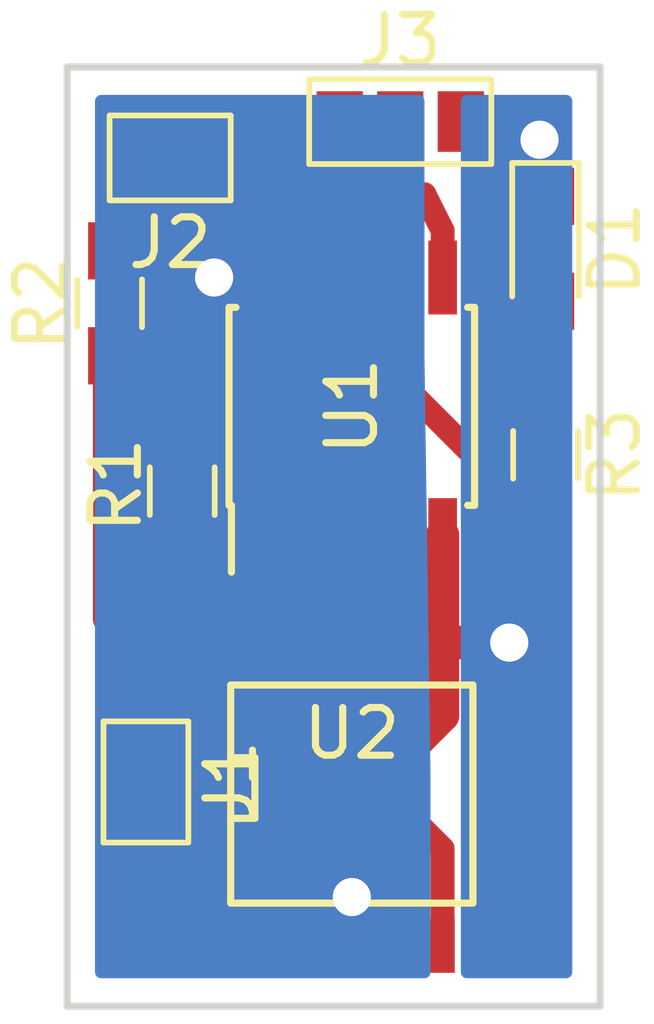
<source format=kicad_pcb>
(kicad_pcb (version 4) (host pcbnew 4.0.6)

  (general
    (links 19)
    (no_connects 1)
    (area 130.544 104.64 144.638 126.111001)
    (thickness 1.6)
    (drawings 4)
    (tracks 52)
    (zones 0)
    (modules 9)
    (nets 13)
  )

  (page A4)
  (layers
    (0 F.Cu signal)
    (31 B.Cu signal)
    (32 B.Adhes user)
    (33 F.Adhes user)
    (34 B.Paste user)
    (35 F.Paste user)
    (36 B.SilkS user)
    (37 F.SilkS user)
    (38 B.Mask user)
    (39 F.Mask user)
    (40 Dwgs.User user)
    (41 Cmts.User user)
    (42 Eco1.User user)
    (43 Eco2.User user)
    (44 Edge.Cuts user)
    (45 Margin user)
    (46 B.CrtYd user)
    (47 F.CrtYd user)
    (48 B.Fab user)
    (49 F.Fab user)
  )

  (setup
    (last_trace_width 0.5)
    (trace_clearance 0.2)
    (zone_clearance 0.508)
    (zone_45_only no)
    (trace_min 0.2)
    (segment_width 0.2)
    (edge_width 0.15)
    (via_size 1.2)
    (via_drill 0.8)
    (via_min_size 0.4)
    (via_min_drill 0.3)
    (uvia_size 0.3)
    (uvia_drill 0.1)
    (uvias_allowed no)
    (uvia_min_size 0.2)
    (uvia_min_drill 0.1)
    (pcb_text_width 0.3)
    (pcb_text_size 1.5 1.5)
    (mod_edge_width 0.15)
    (mod_text_size 1 1)
    (mod_text_width 0.15)
    (pad_size 1.524 1.524)
    (pad_drill 0.762)
    (pad_to_mask_clearance 0.2)
    (aux_axis_origin 0 0)
    (visible_elements 7FFFFFFF)
    (pcbplotparams
      (layerselection 0x01000_00000001)
      (usegerberextensions false)
      (excludeedgelayer false)
      (linewidth 0.100000)
      (plotframeref false)
      (viasonmask false)
      (mode 1)
      (useauxorigin false)
      (hpglpennumber 1)
      (hpglpenspeed 20)
      (hpglpendiameter 15)
      (hpglpenoverlay 2)
      (psnegative false)
      (psa4output false)
      (plotreference true)
      (plotvalue true)
      (plotinvisibletext false)
      (padsonsilk false)
      (subtractmaskfromsilk false)
      (outputformat 3)
      (mirror false)
      (drillshape 2)
      (scaleselection 1)
      (outputdirectory ""))
  )

  (net 0 "")
  (net 1 "Net-(J1-Pad1)")
  (net 2 "Net-(J1-Pad2)")
  (net 3 VCC)
  (net 4 "Net-(R1-Pad2)")
  (net 5 IA)
  (net 6 IB)
  (net 7 GND)
  (net 8 "Net-(D1-Pad2)")
  (net 9 "Net-(J2-Pad1)")
  (net 10 "Net-(J2-Pad2)")
  (net 11 "Net-(J3-Pad3)")
  (net 12 LED)

  (net_class Default "This is the default net class."
    (clearance 0.2)
    (trace_width 0.5)
    (via_dia 1.2)
    (via_drill 0.8)
    (uvia_dia 0.3)
    (uvia_drill 0.1)
    (add_net IA)
    (add_net IB)
    (add_net LED)
    (add_net "Net-(D1-Pad2)")
    (add_net "Net-(J1-Pad1)")
    (add_net "Net-(J1-Pad2)")
    (add_net "Net-(J2-Pad1)")
    (add_net "Net-(J2-Pad2)")
    (add_net "Net-(J3-Pad3)")
    (add_net "Net-(R1-Pad2)")
  )

  (net_class POWER ""
    (clearance 0.2)
    (trace_width 0.7)
    (via_dia 1.2)
    (via_drill 0.8)
    (uvia_dia 0.3)
    (uvia_drill 0.1)
    (add_net GND)
    (add_net VCC)
  )

  (module Connectors:GS2 (layer F.Cu) (tedit 586134A1) (tstamp 5900F837)
    (at 133.731 121.158)
    (descr "2-pin solder bridge")
    (tags "solder bridge")
    (path /5900FB97)
    (attr smd)
    (fp_text reference J1 (at 1.78 0 90) (layer F.SilkS)
      (effects (font (size 1 1) (thickness 0.15)))
    )
    (fp_text value SOLENOID (at -1.8 0 90) (layer F.Fab)
      (effects (font (size 1 1) (thickness 0.15)))
    )
    (fp_line (start 1.1 -1.45) (end 1.1 1.5) (layer F.CrtYd) (width 0.05))
    (fp_line (start 1.1 1.5) (end -1.1 1.5) (layer F.CrtYd) (width 0.05))
    (fp_line (start -1.1 1.5) (end -1.1 -1.45) (layer F.CrtYd) (width 0.05))
    (fp_line (start -1.1 -1.45) (end 1.1 -1.45) (layer F.CrtYd) (width 0.05))
    (fp_line (start -0.89 -1.27) (end -0.89 1.27) (layer F.SilkS) (width 0.12))
    (fp_line (start 0.89 1.27) (end 0.89 -1.27) (layer F.SilkS) (width 0.12))
    (fp_line (start 0.89 1.27) (end -0.89 1.27) (layer F.SilkS) (width 0.12))
    (fp_line (start -0.89 -1.27) (end 0.89 -1.27) (layer F.SilkS) (width 0.12))
    (pad 1 smd rect (at 0 -0.64) (size 1.27 0.97) (layers F.Cu F.Paste F.Mask)
      (net 1 "Net-(J1-Pad1)"))
    (pad 2 smd rect (at 0 0.64) (size 1.27 0.97) (layers F.Cu F.Paste F.Mask)
      (net 2 "Net-(J1-Pad2)"))
  )

  (module Resistors_SMD:R_0603_HandSoldering (layer F.Cu) (tedit 5912C569) (tstamp 5900F83D)
    (at 134.493 115.062 270)
    (descr "Resistor SMD 0603, hand soldering")
    (tags "resistor 0603")
    (path /5900F086)
    (attr smd)
    (fp_text reference R1 (at -0.127 1.397 270) (layer F.SilkS)
      (effects (font (size 1 1) (thickness 0.15)))
    )
    (fp_text value 10K (at 0 1.55 270) (layer F.Fab)
      (effects (font (size 1 1) (thickness 0.15)))
    )
    (fp_text user %R (at 0 0 270) (layer F.Fab)
      (effects (font (size 0.5 0.5) (thickness 0.075)))
    )
    (fp_line (start -0.8 0.4) (end -0.8 -0.4) (layer F.Fab) (width 0.1))
    (fp_line (start 0.8 0.4) (end -0.8 0.4) (layer F.Fab) (width 0.1))
    (fp_line (start 0.8 -0.4) (end 0.8 0.4) (layer F.Fab) (width 0.1))
    (fp_line (start -0.8 -0.4) (end 0.8 -0.4) (layer F.Fab) (width 0.1))
    (fp_line (start 0.5 0.68) (end -0.5 0.68) (layer F.SilkS) (width 0.12))
    (fp_line (start -0.5 -0.68) (end 0.5 -0.68) (layer F.SilkS) (width 0.12))
    (fp_line (start -1.96 -0.7) (end 1.95 -0.7) (layer F.CrtYd) (width 0.05))
    (fp_line (start -1.96 -0.7) (end -1.96 0.7) (layer F.CrtYd) (width 0.05))
    (fp_line (start 1.95 0.7) (end 1.95 -0.7) (layer F.CrtYd) (width 0.05))
    (fp_line (start 1.95 0.7) (end -1.96 0.7) (layer F.CrtYd) (width 0.05))
    (pad 1 smd rect (at -1.1 0 270) (size 1.2 0.9) (layers F.Cu F.Paste F.Mask)
      (net 3 VCC))
    (pad 2 smd rect (at 1.1 0 270) (size 1.2 0.9) (layers F.Cu F.Paste F.Mask)
      (net 4 "Net-(R1-Pad2)"))
    (model ${KISYS3DMOD}/Resistors_SMD.3dshapes/R_0603.wrl
      (at (xyz 0 0 0))
      (scale (xyz 1 1 1))
      (rotate (xyz 0 0 0))
    )
  )

  (module Housings_SOIC:SOIC-8_3.9x4.9mm_Pitch1.27mm (layer F.Cu) (tedit 5912C561) (tstamp 5900F849)
    (at 138.049 113.284 90)
    (descr "8-Lead Plastic Small Outline (SN) - Narrow, 3.90 mm Body [SOIC] (see Microchip Packaging Specification 00000049BS.pdf)")
    (tags "SOIC 1.27")
    (path /5900EEC7)
    (attr smd)
    (fp_text reference U1 (at 0 0 90) (layer F.SilkS)
      (effects (font (size 1 1) (thickness 0.15)))
    )
    (fp_text value ATTINY15-1SC (at 0 3.5 90) (layer F.Fab)
      (effects (font (size 1 1) (thickness 0.15)))
    )
    (fp_text user %R (at 0 0 90) (layer F.Fab)
      (effects (font (size 1 1) (thickness 0.15)))
    )
    (fp_line (start -0.95 -2.45) (end 1.95 -2.45) (layer F.Fab) (width 0.1))
    (fp_line (start 1.95 -2.45) (end 1.95 2.45) (layer F.Fab) (width 0.1))
    (fp_line (start 1.95 2.45) (end -1.95 2.45) (layer F.Fab) (width 0.1))
    (fp_line (start -1.95 2.45) (end -1.95 -1.45) (layer F.Fab) (width 0.1))
    (fp_line (start -1.95 -1.45) (end -0.95 -2.45) (layer F.Fab) (width 0.1))
    (fp_line (start -3.73 -2.7) (end -3.73 2.7) (layer F.CrtYd) (width 0.05))
    (fp_line (start 3.73 -2.7) (end 3.73 2.7) (layer F.CrtYd) (width 0.05))
    (fp_line (start -3.73 -2.7) (end 3.73 -2.7) (layer F.CrtYd) (width 0.05))
    (fp_line (start -3.73 2.7) (end 3.73 2.7) (layer F.CrtYd) (width 0.05))
    (fp_line (start -2.075 -2.575) (end -2.075 -2.525) (layer F.SilkS) (width 0.15))
    (fp_line (start 2.075 -2.575) (end 2.075 -2.43) (layer F.SilkS) (width 0.15))
    (fp_line (start 2.075 2.575) (end 2.075 2.43) (layer F.SilkS) (width 0.15))
    (fp_line (start -2.075 2.575) (end -2.075 2.43) (layer F.SilkS) (width 0.15))
    (fp_line (start -2.075 -2.575) (end 2.075 -2.575) (layer F.SilkS) (width 0.15))
    (fp_line (start -2.075 2.575) (end 2.075 2.575) (layer F.SilkS) (width 0.15))
    (fp_line (start -2.075 -2.525) (end -3.475 -2.525) (layer F.SilkS) (width 0.15))
    (pad 1 smd rect (at -2.7 -1.905 90) (size 1.55 0.6) (layers F.Cu F.Paste F.Mask)
      (net 4 "Net-(R1-Pad2)"))
    (pad 2 smd rect (at -2.7 -0.635 90) (size 1.55 0.6) (layers F.Cu F.Paste F.Mask)
      (net 6 IB))
    (pad 3 smd rect (at -2.7 0.635 90) (size 1.55 0.6) (layers F.Cu F.Paste F.Mask)
      (net 5 IA))
    (pad 4 smd rect (at -2.7 1.905 90) (size 1.55 0.6) (layers F.Cu F.Paste F.Mask)
      (net 7 GND))
    (pad 5 smd rect (at 2.7 1.905 90) (size 1.55 0.6) (layers F.Cu F.Paste F.Mask)
      (net 11 "Net-(J3-Pad3)"))
    (pad 6 smd rect (at 2.7 0.635 90) (size 1.55 0.6) (layers F.Cu F.Paste F.Mask)
      (net 12 LED))
    (pad 7 smd rect (at 2.7 -0.635 90) (size 1.55 0.6) (layers F.Cu F.Paste F.Mask)
      (net 9 "Net-(J2-Pad1)"))
    (pad 8 smd rect (at 2.7 -1.905 90) (size 1.55 0.6) (layers F.Cu F.Paste F.Mask)
      (net 3 VCC))
    (model Housings_SOIC.3dshapes/SOIC-8_3.9x4.9mm_Pitch1.27mm.wrl
      (at (xyz 0 0 0))
      (scale (xyz 1 1 1))
      (rotate (xyz 0 0 0))
    )
  )

  (module SMD_Packages:SOIC-8-N (layer F.Cu) (tedit 0) (tstamp 5900F85C)
    (at 138.049 121.412)
    (descr "Module Narrow CMS SOJ 8 pins large")
    (tags "CMS SOJ")
    (path /5900F432)
    (attr smd)
    (fp_text reference U2 (at 0 -1.27) (layer F.SilkS)
      (effects (font (size 1 1) (thickness 0.15)))
    )
    (fp_text value L9110 (at 0 1.27) (layer F.Fab)
      (effects (font (size 1 1) (thickness 0.15)))
    )
    (fp_line (start -2.54 -2.286) (end 2.54 -2.286) (layer F.SilkS) (width 0.15))
    (fp_line (start 2.54 -2.286) (end 2.54 2.286) (layer F.SilkS) (width 0.15))
    (fp_line (start 2.54 2.286) (end -2.54 2.286) (layer F.SilkS) (width 0.15))
    (fp_line (start -2.54 2.286) (end -2.54 -2.286) (layer F.SilkS) (width 0.15))
    (fp_line (start -2.54 -0.762) (end -2.032 -0.762) (layer F.SilkS) (width 0.15))
    (fp_line (start -2.032 -0.762) (end -2.032 0.508) (layer F.SilkS) (width 0.15))
    (fp_line (start -2.032 0.508) (end -2.54 0.508) (layer F.SilkS) (width 0.15))
    (pad 8 smd rect (at -1.905 -3.175) (size 0.508 1.143) (layers F.Cu F.Paste F.Mask)
      (net 7 GND))
    (pad 7 smd rect (at -0.635 -3.175) (size 0.508 1.143) (layers F.Cu F.Paste F.Mask)
      (net 6 IB))
    (pad 6 smd rect (at 0.635 -3.175) (size 0.508 1.143) (layers F.Cu F.Paste F.Mask)
      (net 5 IA))
    (pad 5 smd rect (at 1.905 -3.175) (size 0.508 1.143) (layers F.Cu F.Paste F.Mask)
      (net 7 GND))
    (pad 4 smd rect (at 1.905 3.175) (size 0.508 1.143) (layers F.Cu F.Paste F.Mask)
      (net 1 "Net-(J1-Pad1)"))
    (pad 3 smd rect (at 0.635 3.175) (size 0.508 1.143) (layers F.Cu F.Paste F.Mask)
      (net 3 VCC))
    (pad 2 smd rect (at -0.635 3.175) (size 0.508 1.143) (layers F.Cu F.Paste F.Mask)
      (net 3 VCC))
    (pad 1 smd rect (at -1.905 3.175) (size 0.508 1.143) (layers F.Cu F.Paste F.Mask)
      (net 2 "Net-(J1-Pad2)"))
    (model SMD_Packages.3dshapes/SOIC-8-N.wrl
      (at (xyz 0 0 0))
      (scale (xyz 0.5 0.38 0.5))
      (rotate (xyz 0 0 0))
    )
  )

  (module LEDs:LED_0805 (layer F.Cu) (tedit 57FE93EC) (tstamp 59020AA9)
    (at 142.113 109.982 270)
    (descr "LED 0805 smd package")
    (tags "LED led 0805 SMD smd SMT smt smdled SMDLED smtled SMTLED")
    (path /59021665)
    (attr smd)
    (fp_text reference D1 (at 0 -1.45 270) (layer F.SilkS)
      (effects (font (size 1 1) (thickness 0.15)))
    )
    (fp_text value LED (at 0 1.55 270) (layer F.Fab)
      (effects (font (size 1 1) (thickness 0.15)))
    )
    (fp_line (start -1.8 -0.7) (end -1.8 0.7) (layer F.SilkS) (width 0.12))
    (fp_line (start -0.4 -0.4) (end -0.4 0.4) (layer F.Fab) (width 0.1))
    (fp_line (start -0.4 0) (end 0.2 -0.4) (layer F.Fab) (width 0.1))
    (fp_line (start 0.2 0.4) (end -0.4 0) (layer F.Fab) (width 0.1))
    (fp_line (start 0.2 -0.4) (end 0.2 0.4) (layer F.Fab) (width 0.1))
    (fp_line (start 1 0.6) (end -1 0.6) (layer F.Fab) (width 0.1))
    (fp_line (start 1 -0.6) (end 1 0.6) (layer F.Fab) (width 0.1))
    (fp_line (start -1 -0.6) (end 1 -0.6) (layer F.Fab) (width 0.1))
    (fp_line (start -1 0.6) (end -1 -0.6) (layer F.Fab) (width 0.1))
    (fp_line (start -1.8 0.7) (end 1 0.7) (layer F.SilkS) (width 0.12))
    (fp_line (start -1.8 -0.7) (end 1 -0.7) (layer F.SilkS) (width 0.12))
    (fp_line (start 1.95 -0.85) (end 1.95 0.85) (layer F.CrtYd) (width 0.05))
    (fp_line (start 1.95 0.85) (end -1.95 0.85) (layer F.CrtYd) (width 0.05))
    (fp_line (start -1.95 0.85) (end -1.95 -0.85) (layer F.CrtYd) (width 0.05))
    (fp_line (start -1.95 -0.85) (end 1.95 -0.85) (layer F.CrtYd) (width 0.05))
    (pad 2 smd rect (at 1.1 0 90) (size 1.2 1.2) (layers F.Cu F.Paste F.Mask)
      (net 8 "Net-(D1-Pad2)"))
    (pad 1 smd rect (at -1.1 0 90) (size 1.2 1.2) (layers F.Cu F.Paste F.Mask)
      (net 7 GND))
    (model LEDs.3dshapes/LED_0805.wrl
      (at (xyz 0 0 0))
      (scale (xyz 1 1 1))
      (rotate (xyz 0 0 180))
    )
  )

  (module Connectors:GS2 (layer F.Cu) (tedit 586134A1) (tstamp 59020AAF)
    (at 134.239 108.077 270)
    (descr "2-pin solder bridge")
    (tags "solder bridge")
    (path /59020A74)
    (attr smd)
    (fp_text reference J2 (at 1.78 0 360) (layer F.SilkS)
      (effects (font (size 1 1) (thickness 0.15)))
    )
    (fp_text value Sensor (at -1.8 0 360) (layer F.Fab)
      (effects (font (size 1 1) (thickness 0.15)))
    )
    (fp_line (start 1.1 -1.45) (end 1.1 1.5) (layer F.CrtYd) (width 0.05))
    (fp_line (start 1.1 1.5) (end -1.1 1.5) (layer F.CrtYd) (width 0.05))
    (fp_line (start -1.1 1.5) (end -1.1 -1.45) (layer F.CrtYd) (width 0.05))
    (fp_line (start -1.1 -1.45) (end 1.1 -1.45) (layer F.CrtYd) (width 0.05))
    (fp_line (start -0.89 -1.27) (end -0.89 1.27) (layer F.SilkS) (width 0.12))
    (fp_line (start 0.89 1.27) (end 0.89 -1.27) (layer F.SilkS) (width 0.12))
    (fp_line (start 0.89 1.27) (end -0.89 1.27) (layer F.SilkS) (width 0.12))
    (fp_line (start -0.89 -1.27) (end 0.89 -1.27) (layer F.SilkS) (width 0.12))
    (pad 1 smd rect (at 0 -0.64 270) (size 1.27 0.97) (layers F.Cu F.Paste F.Mask)
      (net 9 "Net-(J2-Pad1)"))
    (pad 2 smd rect (at 0 0.64 270) (size 1.27 0.97) (layers F.Cu F.Paste F.Mask)
      (net 10 "Net-(J2-Pad2)"))
  )

  (module Connectors:GS3 (layer F.Cu) (tedit 58613494) (tstamp 59020AB6)
    (at 139.065 107.315 270)
    (descr "3-pin solder bridge")
    (tags "solder bridge")
    (path /59020F14)
    (attr smd)
    (fp_text reference J3 (at -1.7 0 360) (layer F.SilkS)
      (effects (font (size 1 1) (thickness 0.15)))
    )
    (fp_text value Input (at 1.8 0 360) (layer F.Fab)
      (effects (font (size 1 1) (thickness 0.15)))
    )
    (fp_line (start -1.15 -2.15) (end 1.15 -2.15) (layer F.CrtYd) (width 0.05))
    (fp_line (start 1.15 -2.15) (end 1.15 2.15) (layer F.CrtYd) (width 0.05))
    (fp_line (start 1.15 2.15) (end -1.15 2.15) (layer F.CrtYd) (width 0.05))
    (fp_line (start -1.15 2.15) (end -1.15 -2.15) (layer F.CrtYd) (width 0.05))
    (fp_line (start -0.89 -1.91) (end -0.89 1.91) (layer F.SilkS) (width 0.12))
    (fp_line (start -0.89 1.91) (end 0.89 1.91) (layer F.SilkS) (width 0.12))
    (fp_line (start 0.89 1.91) (end 0.89 -1.91) (layer F.SilkS) (width 0.12))
    (fp_line (start -0.89 -1.91) (end 0.89 -1.91) (layer F.SilkS) (width 0.12))
    (pad 1 smd rect (at 0 -1.27 270) (size 1.27 0.97) (layers F.Cu F.Paste F.Mask)
      (net 7 GND))
    (pad 2 smd rect (at 0 0 270) (size 1.27 0.97) (layers F.Cu F.Paste F.Mask)
      (net 3 VCC))
    (pad 3 smd rect (at 0 1.27 270) (size 1.27 0.97) (layers F.Cu F.Paste F.Mask)
      (net 11 "Net-(J3-Pad3)"))
  )

  (module Resistors_SMD:R_0603_HandSoldering (layer F.Cu) (tedit 58E0A804) (tstamp 59020ABC)
    (at 132.969 111.125 90)
    (descr "Resistor SMD 0603, hand soldering")
    (tags "resistor 0603")
    (path /59020CBE)
    (attr smd)
    (fp_text reference R2 (at 0 -1.45 90) (layer F.SilkS)
      (effects (font (size 1 1) (thickness 0.15)))
    )
    (fp_text value 10K (at 0 1.55 90) (layer F.Fab)
      (effects (font (size 1 1) (thickness 0.15)))
    )
    (fp_text user %R (at 0 0 90) (layer F.Fab)
      (effects (font (size 0.5 0.5) (thickness 0.075)))
    )
    (fp_line (start -0.8 0.4) (end -0.8 -0.4) (layer F.Fab) (width 0.1))
    (fp_line (start 0.8 0.4) (end -0.8 0.4) (layer F.Fab) (width 0.1))
    (fp_line (start 0.8 -0.4) (end 0.8 0.4) (layer F.Fab) (width 0.1))
    (fp_line (start -0.8 -0.4) (end 0.8 -0.4) (layer F.Fab) (width 0.1))
    (fp_line (start 0.5 0.68) (end -0.5 0.68) (layer F.SilkS) (width 0.12))
    (fp_line (start -0.5 -0.68) (end 0.5 -0.68) (layer F.SilkS) (width 0.12))
    (fp_line (start -1.96 -0.7) (end 1.95 -0.7) (layer F.CrtYd) (width 0.05))
    (fp_line (start -1.96 -0.7) (end -1.96 0.7) (layer F.CrtYd) (width 0.05))
    (fp_line (start 1.95 0.7) (end 1.95 -0.7) (layer F.CrtYd) (width 0.05))
    (fp_line (start 1.95 0.7) (end -1.96 0.7) (layer F.CrtYd) (width 0.05))
    (pad 1 smd rect (at -1.1 0 90) (size 1.2 0.9) (layers F.Cu F.Paste F.Mask)
      (net 7 GND))
    (pad 2 smd rect (at 1.1 0 90) (size 1.2 0.9) (layers F.Cu F.Paste F.Mask)
      (net 10 "Net-(J2-Pad2)"))
    (model ${KISYS3DMOD}/Resistors_SMD.3dshapes/R_0603.wrl
      (at (xyz 0 0 0))
      (scale (xyz 1 1 1))
      (rotate (xyz 0 0 0))
    )
  )

  (module Resistors_SMD:R_0603_HandSoldering (layer F.Cu) (tedit 58E0A804) (tstamp 59020AC2)
    (at 142.113 114.3 270)
    (descr "Resistor SMD 0603, hand soldering")
    (tags "resistor 0603")
    (path /590216DE)
    (attr smd)
    (fp_text reference R3 (at 0 -1.45 270) (layer F.SilkS)
      (effects (font (size 1 1) (thickness 0.15)))
    )
    (fp_text value 1K (at 0 1.55 270) (layer F.Fab)
      (effects (font (size 1 1) (thickness 0.15)))
    )
    (fp_text user %R (at 0 0 270) (layer F.Fab)
      (effects (font (size 0.5 0.5) (thickness 0.075)))
    )
    (fp_line (start -0.8 0.4) (end -0.8 -0.4) (layer F.Fab) (width 0.1))
    (fp_line (start 0.8 0.4) (end -0.8 0.4) (layer F.Fab) (width 0.1))
    (fp_line (start 0.8 -0.4) (end 0.8 0.4) (layer F.Fab) (width 0.1))
    (fp_line (start -0.8 -0.4) (end 0.8 -0.4) (layer F.Fab) (width 0.1))
    (fp_line (start 0.5 0.68) (end -0.5 0.68) (layer F.SilkS) (width 0.12))
    (fp_line (start -0.5 -0.68) (end 0.5 -0.68) (layer F.SilkS) (width 0.12))
    (fp_line (start -1.96 -0.7) (end 1.95 -0.7) (layer F.CrtYd) (width 0.05))
    (fp_line (start -1.96 -0.7) (end -1.96 0.7) (layer F.CrtYd) (width 0.05))
    (fp_line (start 1.95 0.7) (end 1.95 -0.7) (layer F.CrtYd) (width 0.05))
    (fp_line (start 1.95 0.7) (end -1.96 0.7) (layer F.CrtYd) (width 0.05))
    (pad 1 smd rect (at -1.1 0 270) (size 1.2 0.9) (layers F.Cu F.Paste F.Mask)
      (net 8 "Net-(D1-Pad2)"))
    (pad 2 smd rect (at 1.1 0 270) (size 1.2 0.9) (layers F.Cu F.Paste F.Mask)
      (net 12 LED))
    (model ${KISYS3DMOD}/Resistors_SMD.3dshapes/R_0603.wrl
      (at (xyz 0 0 0))
      (scale (xyz 1 1 1))
      (rotate (xyz 0 0 0))
    )
  )

  (gr_line (start 132.08 125.857) (end 132.08 106.172) (angle 90) (layer Edge.Cuts) (width 0.15))
  (gr_line (start 143.256 106.172) (end 143.256 125.857) (angle 90) (layer Edge.Cuts) (width 0.15))
  (gr_line (start 143.256 106.172) (end 132.08 106.172) (angle 90) (layer Edge.Cuts) (width 0.15))
  (gr_line (start 143.256 125.857) (end 132.08 125.857) (angle 90) (layer Edge.Cuts) (width 0.15))

  (segment (start 139.954 124.587) (end 139.954 122.555) (width 0.5) (layer F.Cu) (net 1))
  (segment (start 134.869 120.518) (end 133.731 120.518) (width 0.5) (layer F.Cu) (net 1) (tstamp 5912CC6F))
  (segment (start 136.017 121.666) (end 134.869 120.518) (width 0.5) (layer F.Cu) (net 1) (tstamp 5912CC6D))
  (segment (start 139.065 121.666) (end 136.017 121.666) (width 0.5) (layer F.Cu) (net 1) (tstamp 5912CC69))
  (segment (start 139.954 122.555) (end 139.065 121.666) (width 0.5) (layer F.Cu) (net 1) (tstamp 5912CC68))
  (segment (start 136.144 124.587) (end 134.874 124.587) (width 0.5) (layer F.Cu) (net 2))
  (segment (start 133.731 123.444) (end 133.731 121.798) (width 0.5) (layer F.Cu) (net 2) (tstamp 5912CAF4))
  (segment (start 134.874 124.587) (end 133.731 123.444) (width 0.5) (layer F.Cu) (net 2) (tstamp 5912CAF1))
  (segment (start 137.414 124.587) (end 138.049 123.571) (width 0.7) (layer F.Cu) (net 3))
  (via (at 138.049 123.571) (size 1.2) (drill 0.8) (layers F.Cu B.Cu) (net 3))
  (segment (start 137.414 124.587) (end 138.684 124.587) (width 0.7) (layer F.Cu) (net 3))
  (segment (start 136.144 110.584) (end 135.161 110.584) (width 0.7) (layer F.Cu) (net 3))
  (via (at 135.161 110.584) (size 1.2) (drill 0.8) (layers F.Cu B.Cu) (net 3))
  (segment (start 135.161 110.584) (end 135.128 110.617) (width 0.7) (layer B.Cu) (net 3) (tstamp 5912CBE9))
  (segment (start 134.493 111.252) (end 134.493 113.962) (width 0.7) (layer F.Cu) (net 3) (tstamp 5912CBB7))
  (segment (start 135.161 110.584) (end 134.493 111.252) (width 0.7) (layer F.Cu) (net 3) (tstamp 5912CBB1))
  (segment (start 136.06 110.363) (end 136.06 110.668) (width 0.25) (layer F.Cu) (net 3) (status 30))
  (segment (start 134.493 116.162) (end 135.966 116.162) (width 0.5) (layer F.Cu) (net 4))
  (segment (start 135.966 116.162) (end 136.144 115.984) (width 0.5) (layer F.Cu) (net 4) (tstamp 5912CC26))
  (segment (start 138.684 118.237) (end 138.684 115.984) (width 0.5) (layer F.Cu) (net 5))
  (segment (start 137.414 118.237) (end 137.414 115.984) (width 0.5) (layer F.Cu) (net 6))
  (segment (start 141.308 108.077) (end 141.605 108.077) (width 0.7) (layer F.Cu) (net 7))
  (via (at 141.986 107.696) (size 1.2) (drill 0.8) (layers F.Cu B.Cu) (net 7))
  (segment (start 141.605 108.077) (end 141.986 107.696) (width 0.7) (layer F.Cu) (net 7) (tstamp 5912CB65))
  (segment (start 136.144 118.237) (end 133.477 118.237) (width 0.7) (layer F.Cu) (net 7))
  (segment (start 132.969 117.729) (end 132.969 112.225) (width 0.7) (layer F.Cu) (net 7) (tstamp 5912CB52))
  (segment (start 133.477 118.237) (end 132.969 117.729) (width 0.7) (layer F.Cu) (net 7) (tstamp 5912CB50))
  (segment (start 140.335 107.315) (end 141.308 108.077) (width 0.7) (layer F.Cu) (net 7) (status 400000))
  (segment (start 141.308 108.077) (end 142.113 108.882) (width 0.7) (layer F.Cu) (net 7) (tstamp 5912CB46))
  (segment (start 139.954 118.237) (end 141.351 118.237) (width 0.7) (layer F.Cu) (net 7))
  (via (at 141.351 118.237) (size 1.2) (drill 0.8) (layers F.Cu B.Cu) (net 7))
  (segment (start 139.954 115.984) (end 139.954 118.237) (width 0.7) (layer F.Cu) (net 7))
  (segment (start 136.144 118.237) (end 136.144 119.761) (width 0.7) (layer F.Cu) (net 7))
  (segment (start 139.954 119.761) (end 139.954 118.237) (width 0.7) (layer F.Cu) (net 7) (tstamp 5912CB0F))
  (segment (start 139.446 120.269) (end 139.954 119.761) (width 0.7) (layer F.Cu) (net 7) (tstamp 5912CB0B))
  (segment (start 136.652 120.269) (end 139.446 120.269) (width 0.7) (layer F.Cu) (net 7) (tstamp 5912CB09))
  (segment (start 136.144 119.761) (end 136.652 120.269) (width 0.7) (layer F.Cu) (net 7) (tstamp 5912CB03))
  (segment (start 142.113 113.2) (end 142.113 111.082) (width 0.5) (layer F.Cu) (net 8))
  (segment (start 137.414 110.584) (end 137.414 109.728) (width 0.5) (layer F.Cu) (net 9))
  (segment (start 136.144 108.458) (end 135.26 108.458) (width 0.5) (layer F.Cu) (net 9) (tstamp 5912CC9D))
  (segment (start 137.414 109.728) (end 136.144 108.458) (width 0.5) (layer F.Cu) (net 9) (tstamp 5912CC97))
  (segment (start 135.26 108.458) (end 134.879 108.077) (width 0.5) (layer F.Cu) (net 9) (tstamp 5912CCA2))
  (segment (start 132.969 110.025) (end 132.969 108.707) (width 0.5) (layer F.Cu) (net 10))
  (segment (start 132.969 108.707) (end 133.599 108.077) (width 0.5) (layer F.Cu) (net 10) (tstamp 5912CB81))
  (segment (start 137.795 107.315) (end 137.795 108.585) (width 0.5) (layer F.Cu) (net 11) (status 400000))
  (segment (start 139.954 109.601) (end 139.954 110.584) (width 0.5) (layer F.Cu) (net 11) (tstamp 5912CBA5))
  (segment (start 139.573 108.839) (end 139.954 109.601) (width 0.5) (layer F.Cu) (net 11) (tstamp 5912CBA1))
  (segment (start 138.049 108.839) (end 139.573 108.839) (width 0.5) (layer F.Cu) (net 11) (tstamp 5912CB9C))
  (segment (start 137.795 108.585) (end 138.049 108.839) (width 0.5) (layer F.Cu) (net 11) (tstamp 5912CB95))
  (segment (start 142.113 115.4) (end 141.689 115.4) (width 0.5) (layer F.Cu) (net 12))
  (segment (start 141.689 115.4) (end 138.684 112.395) (width 0.5) (layer F.Cu) (net 12) (tstamp 5912CCAA))
  (segment (start 138.684 112.395) (end 138.684 110.584) (width 0.5) (layer F.Cu) (net 12) (tstamp 5912CCAF))

  (zone (net 3) (net_name VCC) (layer B.Cu) (tstamp 5912C8A1) (hatch edge 0.508)
    (connect_pads (clearance 0.508))
    (min_thickness 0.254)
    (fill yes (arc_segments 16) (thermal_gap 0.508) (thermal_bridge_width 0.508))
    (polygon
      (pts
        (xy 139.573 112.268) (xy 139.7 121.031) (xy 139.7 126.111) (xy 131.953 126.111) (xy 131.699 105.918)
        (xy 139.573 105.918)
      )
    )
    (filled_polygon
      (pts
        (xy 139.446 112.268) (xy 139.446013 112.26984) (xy 139.573 121.031943) (xy 139.573 125.147) (xy 132.79 125.147)
        (xy 132.79 106.882) (xy 139.446 106.882)
      )
    )
  )
  (zone (net 7) (net_name GND) (layer B.Cu) (tstamp 5912C97D) (hatch edge 0.508)
    (connect_pads (clearance 0.508))
    (min_thickness 0.254)
    (fill yes (arc_segments 16) (thermal_gap 0.508) (thermal_bridge_width 0.508))
    (polygon
      (pts
        (xy 143.51 126.238) (xy 140.335 126.238) (xy 140.335 113.03) (xy 140.335 113.03) (xy 140.335 105.918)
        (xy 143.51 105.918)
      )
    )
    (filled_polygon
      (pts
        (xy 142.546 125.147) (xy 140.462 125.147) (xy 140.462 106.882) (xy 142.546 106.882)
      )
    )
  )
)

</source>
